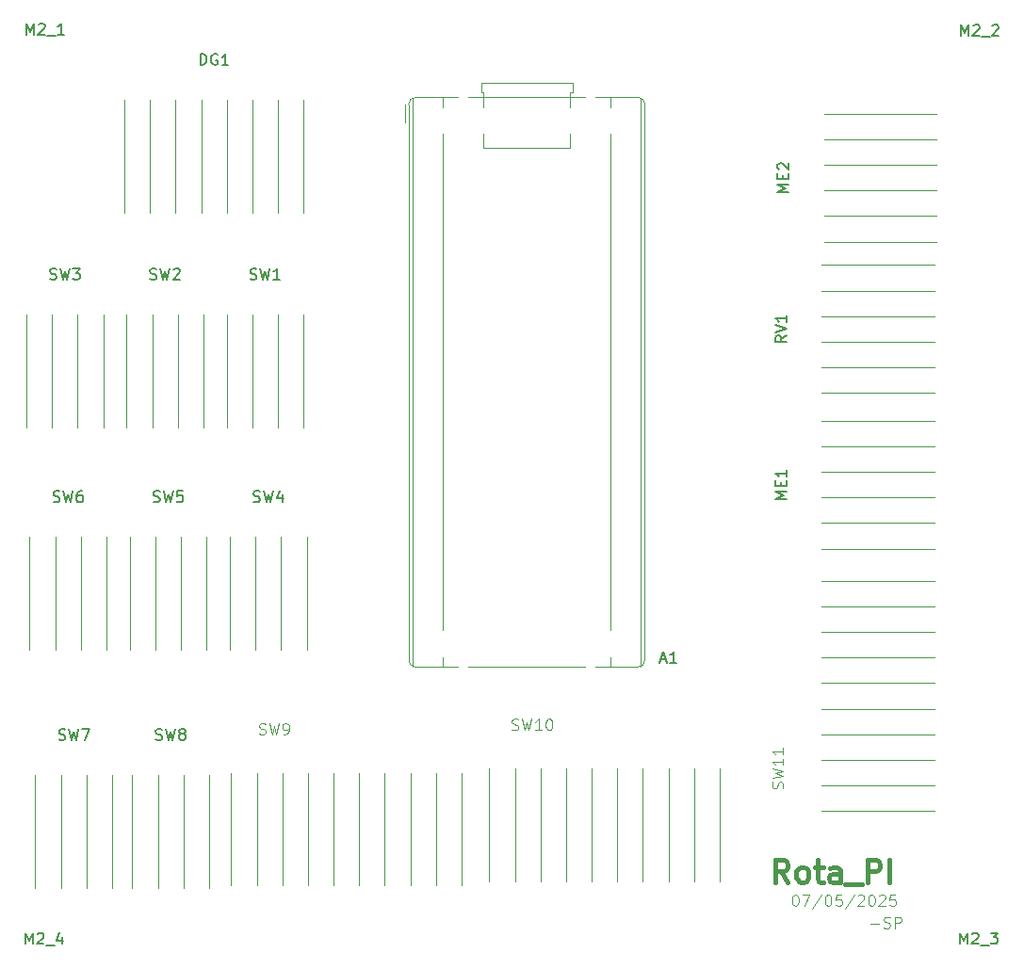
<source format=gbr>
%TF.GenerationSoftware,KiCad,Pcbnew,9.0.2*%
%TF.CreationDate,2025-07-17T15:39:28+07:00*%
%TF.ProjectId,KiCAD,4b694341-442e-46b6-9963-61645f706362,rev?*%
%TF.SameCoordinates,Original*%
%TF.FileFunction,Legend,Top*%
%TF.FilePolarity,Positive*%
%FSLAX46Y46*%
G04 Gerber Fmt 4.6, Leading zero omitted, Abs format (unit mm)*
G04 Created by KiCad (PCBNEW 9.0.2) date 2025-07-17 15:39:28*
%MOMM*%
%LPD*%
G01*
G04 APERTURE LIST*
%ADD10C,0.100000*%
%ADD11C,0.400000*%
%ADD12C,0.150000*%
%ADD13C,0.120000*%
G04 APERTURE END LIST*
D10*
X221303884Y-136491466D02*
X222065789Y-136491466D01*
X222494360Y-136824800D02*
X222637217Y-136872419D01*
X222637217Y-136872419D02*
X222875312Y-136872419D01*
X222875312Y-136872419D02*
X222970550Y-136824800D01*
X222970550Y-136824800D02*
X223018169Y-136777180D01*
X223018169Y-136777180D02*
X223065788Y-136681942D01*
X223065788Y-136681942D02*
X223065788Y-136586704D01*
X223065788Y-136586704D02*
X223018169Y-136491466D01*
X223018169Y-136491466D02*
X222970550Y-136443847D01*
X222970550Y-136443847D02*
X222875312Y-136396228D01*
X222875312Y-136396228D02*
X222684836Y-136348609D01*
X222684836Y-136348609D02*
X222589598Y-136300990D01*
X222589598Y-136300990D02*
X222541979Y-136253371D01*
X222541979Y-136253371D02*
X222494360Y-136158133D01*
X222494360Y-136158133D02*
X222494360Y-136062895D01*
X222494360Y-136062895D02*
X222541979Y-135967657D01*
X222541979Y-135967657D02*
X222589598Y-135920038D01*
X222589598Y-135920038D02*
X222684836Y-135872419D01*
X222684836Y-135872419D02*
X222922931Y-135872419D01*
X222922931Y-135872419D02*
X223065788Y-135920038D01*
X223494360Y-136872419D02*
X223494360Y-135872419D01*
X223494360Y-135872419D02*
X223875312Y-135872419D01*
X223875312Y-135872419D02*
X223970550Y-135920038D01*
X223970550Y-135920038D02*
X224018169Y-135967657D01*
X224018169Y-135967657D02*
X224065788Y-136062895D01*
X224065788Y-136062895D02*
X224065788Y-136205752D01*
X224065788Y-136205752D02*
X224018169Y-136300990D01*
X224018169Y-136300990D02*
X223970550Y-136348609D01*
X223970550Y-136348609D02*
X223875312Y-136396228D01*
X223875312Y-136396228D02*
X223494360Y-136396228D01*
X214494360Y-133872419D02*
X214589598Y-133872419D01*
X214589598Y-133872419D02*
X214684836Y-133920038D01*
X214684836Y-133920038D02*
X214732455Y-133967657D01*
X214732455Y-133967657D02*
X214780074Y-134062895D01*
X214780074Y-134062895D02*
X214827693Y-134253371D01*
X214827693Y-134253371D02*
X214827693Y-134491466D01*
X214827693Y-134491466D02*
X214780074Y-134681942D01*
X214780074Y-134681942D02*
X214732455Y-134777180D01*
X214732455Y-134777180D02*
X214684836Y-134824800D01*
X214684836Y-134824800D02*
X214589598Y-134872419D01*
X214589598Y-134872419D02*
X214494360Y-134872419D01*
X214494360Y-134872419D02*
X214399122Y-134824800D01*
X214399122Y-134824800D02*
X214351503Y-134777180D01*
X214351503Y-134777180D02*
X214303884Y-134681942D01*
X214303884Y-134681942D02*
X214256265Y-134491466D01*
X214256265Y-134491466D02*
X214256265Y-134253371D01*
X214256265Y-134253371D02*
X214303884Y-134062895D01*
X214303884Y-134062895D02*
X214351503Y-133967657D01*
X214351503Y-133967657D02*
X214399122Y-133920038D01*
X214399122Y-133920038D02*
X214494360Y-133872419D01*
X215161027Y-133872419D02*
X215827693Y-133872419D01*
X215827693Y-133872419D02*
X215399122Y-134872419D01*
X216922931Y-133824800D02*
X216065789Y-135110514D01*
X217446741Y-133872419D02*
X217541979Y-133872419D01*
X217541979Y-133872419D02*
X217637217Y-133920038D01*
X217637217Y-133920038D02*
X217684836Y-133967657D01*
X217684836Y-133967657D02*
X217732455Y-134062895D01*
X217732455Y-134062895D02*
X217780074Y-134253371D01*
X217780074Y-134253371D02*
X217780074Y-134491466D01*
X217780074Y-134491466D02*
X217732455Y-134681942D01*
X217732455Y-134681942D02*
X217684836Y-134777180D01*
X217684836Y-134777180D02*
X217637217Y-134824800D01*
X217637217Y-134824800D02*
X217541979Y-134872419D01*
X217541979Y-134872419D02*
X217446741Y-134872419D01*
X217446741Y-134872419D02*
X217351503Y-134824800D01*
X217351503Y-134824800D02*
X217303884Y-134777180D01*
X217303884Y-134777180D02*
X217256265Y-134681942D01*
X217256265Y-134681942D02*
X217208646Y-134491466D01*
X217208646Y-134491466D02*
X217208646Y-134253371D01*
X217208646Y-134253371D02*
X217256265Y-134062895D01*
X217256265Y-134062895D02*
X217303884Y-133967657D01*
X217303884Y-133967657D02*
X217351503Y-133920038D01*
X217351503Y-133920038D02*
X217446741Y-133872419D01*
X218684836Y-133872419D02*
X218208646Y-133872419D01*
X218208646Y-133872419D02*
X218161027Y-134348609D01*
X218161027Y-134348609D02*
X218208646Y-134300990D01*
X218208646Y-134300990D02*
X218303884Y-134253371D01*
X218303884Y-134253371D02*
X218541979Y-134253371D01*
X218541979Y-134253371D02*
X218637217Y-134300990D01*
X218637217Y-134300990D02*
X218684836Y-134348609D01*
X218684836Y-134348609D02*
X218732455Y-134443847D01*
X218732455Y-134443847D02*
X218732455Y-134681942D01*
X218732455Y-134681942D02*
X218684836Y-134777180D01*
X218684836Y-134777180D02*
X218637217Y-134824800D01*
X218637217Y-134824800D02*
X218541979Y-134872419D01*
X218541979Y-134872419D02*
X218303884Y-134872419D01*
X218303884Y-134872419D02*
X218208646Y-134824800D01*
X218208646Y-134824800D02*
X218161027Y-134777180D01*
X219875312Y-133824800D02*
X219018170Y-135110514D01*
X220161027Y-133967657D02*
X220208646Y-133920038D01*
X220208646Y-133920038D02*
X220303884Y-133872419D01*
X220303884Y-133872419D02*
X220541979Y-133872419D01*
X220541979Y-133872419D02*
X220637217Y-133920038D01*
X220637217Y-133920038D02*
X220684836Y-133967657D01*
X220684836Y-133967657D02*
X220732455Y-134062895D01*
X220732455Y-134062895D02*
X220732455Y-134158133D01*
X220732455Y-134158133D02*
X220684836Y-134300990D01*
X220684836Y-134300990D02*
X220113408Y-134872419D01*
X220113408Y-134872419D02*
X220732455Y-134872419D01*
X221351503Y-133872419D02*
X221446741Y-133872419D01*
X221446741Y-133872419D02*
X221541979Y-133920038D01*
X221541979Y-133920038D02*
X221589598Y-133967657D01*
X221589598Y-133967657D02*
X221637217Y-134062895D01*
X221637217Y-134062895D02*
X221684836Y-134253371D01*
X221684836Y-134253371D02*
X221684836Y-134491466D01*
X221684836Y-134491466D02*
X221637217Y-134681942D01*
X221637217Y-134681942D02*
X221589598Y-134777180D01*
X221589598Y-134777180D02*
X221541979Y-134824800D01*
X221541979Y-134824800D02*
X221446741Y-134872419D01*
X221446741Y-134872419D02*
X221351503Y-134872419D01*
X221351503Y-134872419D02*
X221256265Y-134824800D01*
X221256265Y-134824800D02*
X221208646Y-134777180D01*
X221208646Y-134777180D02*
X221161027Y-134681942D01*
X221161027Y-134681942D02*
X221113408Y-134491466D01*
X221113408Y-134491466D02*
X221113408Y-134253371D01*
X221113408Y-134253371D02*
X221161027Y-134062895D01*
X221161027Y-134062895D02*
X221208646Y-133967657D01*
X221208646Y-133967657D02*
X221256265Y-133920038D01*
X221256265Y-133920038D02*
X221351503Y-133872419D01*
X222065789Y-133967657D02*
X222113408Y-133920038D01*
X222113408Y-133920038D02*
X222208646Y-133872419D01*
X222208646Y-133872419D02*
X222446741Y-133872419D01*
X222446741Y-133872419D02*
X222541979Y-133920038D01*
X222541979Y-133920038D02*
X222589598Y-133967657D01*
X222589598Y-133967657D02*
X222637217Y-134062895D01*
X222637217Y-134062895D02*
X222637217Y-134158133D01*
X222637217Y-134158133D02*
X222589598Y-134300990D01*
X222589598Y-134300990D02*
X222018170Y-134872419D01*
X222018170Y-134872419D02*
X222637217Y-134872419D01*
X223541979Y-133872419D02*
X223065789Y-133872419D01*
X223065789Y-133872419D02*
X223018170Y-134348609D01*
X223018170Y-134348609D02*
X223065789Y-134300990D01*
X223065789Y-134300990D02*
X223161027Y-134253371D01*
X223161027Y-134253371D02*
X223399122Y-134253371D01*
X223399122Y-134253371D02*
X223494360Y-134300990D01*
X223494360Y-134300990D02*
X223541979Y-134348609D01*
X223541979Y-134348609D02*
X223589598Y-134443847D01*
X223589598Y-134443847D02*
X223589598Y-134681942D01*
X223589598Y-134681942D02*
X223541979Y-134777180D01*
X223541979Y-134777180D02*
X223494360Y-134824800D01*
X223494360Y-134824800D02*
X223399122Y-134872419D01*
X223399122Y-134872419D02*
X223161027Y-134872419D01*
X223161027Y-134872419D02*
X223065789Y-134824800D01*
X223065789Y-134824800D02*
X223018170Y-134777180D01*
D11*
X213882204Y-132734438D02*
X213215537Y-131782057D01*
X212739347Y-132734438D02*
X212739347Y-130734438D01*
X212739347Y-130734438D02*
X213501252Y-130734438D01*
X213501252Y-130734438D02*
X213691728Y-130829676D01*
X213691728Y-130829676D02*
X213786966Y-130924914D01*
X213786966Y-130924914D02*
X213882204Y-131115390D01*
X213882204Y-131115390D02*
X213882204Y-131401104D01*
X213882204Y-131401104D02*
X213786966Y-131591580D01*
X213786966Y-131591580D02*
X213691728Y-131686819D01*
X213691728Y-131686819D02*
X213501252Y-131782057D01*
X213501252Y-131782057D02*
X212739347Y-131782057D01*
X215025061Y-132734438D02*
X214834585Y-132639200D01*
X214834585Y-132639200D02*
X214739347Y-132543961D01*
X214739347Y-132543961D02*
X214644109Y-132353485D01*
X214644109Y-132353485D02*
X214644109Y-131782057D01*
X214644109Y-131782057D02*
X214739347Y-131591580D01*
X214739347Y-131591580D02*
X214834585Y-131496342D01*
X214834585Y-131496342D02*
X215025061Y-131401104D01*
X215025061Y-131401104D02*
X215310776Y-131401104D01*
X215310776Y-131401104D02*
X215501252Y-131496342D01*
X215501252Y-131496342D02*
X215596490Y-131591580D01*
X215596490Y-131591580D02*
X215691728Y-131782057D01*
X215691728Y-131782057D02*
X215691728Y-132353485D01*
X215691728Y-132353485D02*
X215596490Y-132543961D01*
X215596490Y-132543961D02*
X215501252Y-132639200D01*
X215501252Y-132639200D02*
X215310776Y-132734438D01*
X215310776Y-132734438D02*
X215025061Y-132734438D01*
X216263157Y-131401104D02*
X217025061Y-131401104D01*
X216548871Y-130734438D02*
X216548871Y-132448723D01*
X216548871Y-132448723D02*
X216644109Y-132639200D01*
X216644109Y-132639200D02*
X216834585Y-132734438D01*
X216834585Y-132734438D02*
X217025061Y-132734438D01*
X218548871Y-132734438D02*
X218548871Y-131686819D01*
X218548871Y-131686819D02*
X218453633Y-131496342D01*
X218453633Y-131496342D02*
X218263157Y-131401104D01*
X218263157Y-131401104D02*
X217882204Y-131401104D01*
X217882204Y-131401104D02*
X217691728Y-131496342D01*
X218548871Y-132639200D02*
X218358395Y-132734438D01*
X218358395Y-132734438D02*
X217882204Y-132734438D01*
X217882204Y-132734438D02*
X217691728Y-132639200D01*
X217691728Y-132639200D02*
X217596490Y-132448723D01*
X217596490Y-132448723D02*
X217596490Y-132258247D01*
X217596490Y-132258247D02*
X217691728Y-132067771D01*
X217691728Y-132067771D02*
X217882204Y-131972533D01*
X217882204Y-131972533D02*
X218358395Y-131972533D01*
X218358395Y-131972533D02*
X218548871Y-131877295D01*
X219025062Y-132924914D02*
X220548871Y-132924914D01*
X221025062Y-132734438D02*
X221025062Y-130734438D01*
X221025062Y-130734438D02*
X221786967Y-130734438D01*
X221786967Y-130734438D02*
X221977443Y-130829676D01*
X221977443Y-130829676D02*
X222072681Y-130924914D01*
X222072681Y-130924914D02*
X222167919Y-131115390D01*
X222167919Y-131115390D02*
X222167919Y-131401104D01*
X222167919Y-131401104D02*
X222072681Y-131591580D01*
X222072681Y-131591580D02*
X221977443Y-131686819D01*
X221977443Y-131686819D02*
X221786967Y-131782057D01*
X221786967Y-131782057D02*
X221025062Y-131782057D01*
X223025062Y-132734438D02*
X223025062Y-130734438D01*
D12*
X145433333Y-56554819D02*
X145433333Y-55554819D01*
X145433333Y-55554819D02*
X145766666Y-56269104D01*
X145766666Y-56269104D02*
X146099999Y-55554819D01*
X146099999Y-55554819D02*
X146099999Y-56554819D01*
X146528571Y-55650057D02*
X146576190Y-55602438D01*
X146576190Y-55602438D02*
X146671428Y-55554819D01*
X146671428Y-55554819D02*
X146909523Y-55554819D01*
X146909523Y-55554819D02*
X147004761Y-55602438D01*
X147004761Y-55602438D02*
X147052380Y-55650057D01*
X147052380Y-55650057D02*
X147099999Y-55745295D01*
X147099999Y-55745295D02*
X147099999Y-55840533D01*
X147099999Y-55840533D02*
X147052380Y-55983390D01*
X147052380Y-55983390D02*
X146480952Y-56554819D01*
X146480952Y-56554819D02*
X147099999Y-56554819D01*
X147290476Y-56650057D02*
X148052380Y-56650057D01*
X148814285Y-56554819D02*
X148242857Y-56554819D01*
X148528571Y-56554819D02*
X148528571Y-55554819D01*
X148528571Y-55554819D02*
X148433333Y-55697676D01*
X148433333Y-55697676D02*
X148338095Y-55792914D01*
X148338095Y-55792914D02*
X148242857Y-55840533D01*
X202446660Y-112724104D02*
X202922850Y-112724104D01*
X202351422Y-113009819D02*
X202684755Y-112009819D01*
X202684755Y-112009819D02*
X203018088Y-113009819D01*
X203875231Y-113009819D02*
X203303803Y-113009819D01*
X203589517Y-113009819D02*
X203589517Y-112009819D01*
X203589517Y-112009819D02*
X203494279Y-112152676D01*
X203494279Y-112152676D02*
X203399041Y-112247914D01*
X203399041Y-112247914D02*
X203303803Y-112295533D01*
X145333333Y-138304819D02*
X145333333Y-137304819D01*
X145333333Y-137304819D02*
X145666666Y-138019104D01*
X145666666Y-138019104D02*
X145999999Y-137304819D01*
X145999999Y-137304819D02*
X145999999Y-138304819D01*
X146428571Y-137400057D02*
X146476190Y-137352438D01*
X146476190Y-137352438D02*
X146571428Y-137304819D01*
X146571428Y-137304819D02*
X146809523Y-137304819D01*
X146809523Y-137304819D02*
X146904761Y-137352438D01*
X146904761Y-137352438D02*
X146952380Y-137400057D01*
X146952380Y-137400057D02*
X146999999Y-137495295D01*
X146999999Y-137495295D02*
X146999999Y-137590533D01*
X146999999Y-137590533D02*
X146952380Y-137733390D01*
X146952380Y-137733390D02*
X146380952Y-138304819D01*
X146380952Y-138304819D02*
X146999999Y-138304819D01*
X147190476Y-138400057D02*
X147952380Y-138400057D01*
X148619047Y-137638152D02*
X148619047Y-138304819D01*
X148380952Y-137257200D02*
X148142857Y-137971485D01*
X148142857Y-137971485D02*
X148761904Y-137971485D01*
X157066667Y-119917200D02*
X157209524Y-119964819D01*
X157209524Y-119964819D02*
X157447619Y-119964819D01*
X157447619Y-119964819D02*
X157542857Y-119917200D01*
X157542857Y-119917200D02*
X157590476Y-119869580D01*
X157590476Y-119869580D02*
X157638095Y-119774342D01*
X157638095Y-119774342D02*
X157638095Y-119679104D01*
X157638095Y-119679104D02*
X157590476Y-119583866D01*
X157590476Y-119583866D02*
X157542857Y-119536247D01*
X157542857Y-119536247D02*
X157447619Y-119488628D01*
X157447619Y-119488628D02*
X157257143Y-119441009D01*
X157257143Y-119441009D02*
X157161905Y-119393390D01*
X157161905Y-119393390D02*
X157114286Y-119345771D01*
X157114286Y-119345771D02*
X157066667Y-119250533D01*
X157066667Y-119250533D02*
X157066667Y-119155295D01*
X157066667Y-119155295D02*
X157114286Y-119060057D01*
X157114286Y-119060057D02*
X157161905Y-119012438D01*
X157161905Y-119012438D02*
X157257143Y-118964819D01*
X157257143Y-118964819D02*
X157495238Y-118964819D01*
X157495238Y-118964819D02*
X157638095Y-119012438D01*
X157971429Y-118964819D02*
X158209524Y-119964819D01*
X158209524Y-119964819D02*
X158400000Y-119250533D01*
X158400000Y-119250533D02*
X158590476Y-119964819D01*
X158590476Y-119964819D02*
X158828572Y-118964819D01*
X159352381Y-119393390D02*
X159257143Y-119345771D01*
X159257143Y-119345771D02*
X159209524Y-119298152D01*
X159209524Y-119298152D02*
X159161905Y-119202914D01*
X159161905Y-119202914D02*
X159161905Y-119155295D01*
X159161905Y-119155295D02*
X159209524Y-119060057D01*
X159209524Y-119060057D02*
X159257143Y-119012438D01*
X159257143Y-119012438D02*
X159352381Y-118964819D01*
X159352381Y-118964819D02*
X159542857Y-118964819D01*
X159542857Y-118964819D02*
X159638095Y-119012438D01*
X159638095Y-119012438D02*
X159685714Y-119060057D01*
X159685714Y-119060057D02*
X159733333Y-119155295D01*
X159733333Y-119155295D02*
X159733333Y-119202914D01*
X159733333Y-119202914D02*
X159685714Y-119298152D01*
X159685714Y-119298152D02*
X159638095Y-119345771D01*
X159638095Y-119345771D02*
X159542857Y-119393390D01*
X159542857Y-119393390D02*
X159352381Y-119393390D01*
X159352381Y-119393390D02*
X159257143Y-119441009D01*
X159257143Y-119441009D02*
X159209524Y-119488628D01*
X159209524Y-119488628D02*
X159161905Y-119583866D01*
X159161905Y-119583866D02*
X159161905Y-119774342D01*
X159161905Y-119774342D02*
X159209524Y-119869580D01*
X159209524Y-119869580D02*
X159257143Y-119917200D01*
X159257143Y-119917200D02*
X159352381Y-119964819D01*
X159352381Y-119964819D02*
X159542857Y-119964819D01*
X159542857Y-119964819D02*
X159638095Y-119917200D01*
X159638095Y-119917200D02*
X159685714Y-119869580D01*
X159685714Y-119869580D02*
X159733333Y-119774342D01*
X159733333Y-119774342D02*
X159733333Y-119583866D01*
X159733333Y-119583866D02*
X159685714Y-119488628D01*
X159685714Y-119488628D02*
X159638095Y-119441009D01*
X159638095Y-119441009D02*
X159542857Y-119393390D01*
X229333333Y-138304819D02*
X229333333Y-137304819D01*
X229333333Y-137304819D02*
X229666666Y-138019104D01*
X229666666Y-138019104D02*
X229999999Y-137304819D01*
X229999999Y-137304819D02*
X229999999Y-138304819D01*
X230428571Y-137400057D02*
X230476190Y-137352438D01*
X230476190Y-137352438D02*
X230571428Y-137304819D01*
X230571428Y-137304819D02*
X230809523Y-137304819D01*
X230809523Y-137304819D02*
X230904761Y-137352438D01*
X230904761Y-137352438D02*
X230952380Y-137400057D01*
X230952380Y-137400057D02*
X230999999Y-137495295D01*
X230999999Y-137495295D02*
X230999999Y-137590533D01*
X230999999Y-137590533D02*
X230952380Y-137733390D01*
X230952380Y-137733390D02*
X230380952Y-138304819D01*
X230380952Y-138304819D02*
X230999999Y-138304819D01*
X231190476Y-138400057D02*
X231952380Y-138400057D01*
X232095238Y-137304819D02*
X232714285Y-137304819D01*
X232714285Y-137304819D02*
X232380952Y-137685771D01*
X232380952Y-137685771D02*
X232523809Y-137685771D01*
X232523809Y-137685771D02*
X232619047Y-137733390D01*
X232619047Y-137733390D02*
X232666666Y-137781009D01*
X232666666Y-137781009D02*
X232714285Y-137876247D01*
X232714285Y-137876247D02*
X232714285Y-138114342D01*
X232714285Y-138114342D02*
X232666666Y-138209580D01*
X232666666Y-138209580D02*
X232619047Y-138257200D01*
X232619047Y-138257200D02*
X232523809Y-138304819D01*
X232523809Y-138304819D02*
X232238095Y-138304819D01*
X232238095Y-138304819D02*
X232142857Y-138257200D01*
X232142857Y-138257200D02*
X232095238Y-138209580D01*
X165856667Y-98517200D02*
X165999524Y-98564819D01*
X165999524Y-98564819D02*
X166237619Y-98564819D01*
X166237619Y-98564819D02*
X166332857Y-98517200D01*
X166332857Y-98517200D02*
X166380476Y-98469580D01*
X166380476Y-98469580D02*
X166428095Y-98374342D01*
X166428095Y-98374342D02*
X166428095Y-98279104D01*
X166428095Y-98279104D02*
X166380476Y-98183866D01*
X166380476Y-98183866D02*
X166332857Y-98136247D01*
X166332857Y-98136247D02*
X166237619Y-98088628D01*
X166237619Y-98088628D02*
X166047143Y-98041009D01*
X166047143Y-98041009D02*
X165951905Y-97993390D01*
X165951905Y-97993390D02*
X165904286Y-97945771D01*
X165904286Y-97945771D02*
X165856667Y-97850533D01*
X165856667Y-97850533D02*
X165856667Y-97755295D01*
X165856667Y-97755295D02*
X165904286Y-97660057D01*
X165904286Y-97660057D02*
X165951905Y-97612438D01*
X165951905Y-97612438D02*
X166047143Y-97564819D01*
X166047143Y-97564819D02*
X166285238Y-97564819D01*
X166285238Y-97564819D02*
X166428095Y-97612438D01*
X166761429Y-97564819D02*
X166999524Y-98564819D01*
X166999524Y-98564819D02*
X167190000Y-97850533D01*
X167190000Y-97850533D02*
X167380476Y-98564819D01*
X167380476Y-98564819D02*
X167618572Y-97564819D01*
X168428095Y-97898152D02*
X168428095Y-98564819D01*
X168190000Y-97517200D02*
X167951905Y-98231485D01*
X167951905Y-98231485D02*
X168570952Y-98231485D01*
X213954819Y-70661904D02*
X212954819Y-70661904D01*
X212954819Y-70661904D02*
X213669104Y-70328571D01*
X213669104Y-70328571D02*
X212954819Y-69995238D01*
X212954819Y-69995238D02*
X213954819Y-69995238D01*
X213431009Y-69519047D02*
X213431009Y-69185714D01*
X213954819Y-69042857D02*
X213954819Y-69519047D01*
X213954819Y-69519047D02*
X212954819Y-69519047D01*
X212954819Y-69519047D02*
X212954819Y-69042857D01*
X213050057Y-68661904D02*
X213002438Y-68614285D01*
X213002438Y-68614285D02*
X212954819Y-68519047D01*
X212954819Y-68519047D02*
X212954819Y-68280952D01*
X212954819Y-68280952D02*
X213002438Y-68185714D01*
X213002438Y-68185714D02*
X213050057Y-68138095D01*
X213050057Y-68138095D02*
X213145295Y-68090476D01*
X213145295Y-68090476D02*
X213240533Y-68090476D01*
X213240533Y-68090476D02*
X213383390Y-68138095D01*
X213383390Y-68138095D02*
X213954819Y-68709523D01*
X213954819Y-68709523D02*
X213954819Y-68090476D01*
D10*
X189080476Y-119009800D02*
X189223333Y-119057419D01*
X189223333Y-119057419D02*
X189461428Y-119057419D01*
X189461428Y-119057419D02*
X189556666Y-119009800D01*
X189556666Y-119009800D02*
X189604285Y-118962180D01*
X189604285Y-118962180D02*
X189651904Y-118866942D01*
X189651904Y-118866942D02*
X189651904Y-118771704D01*
X189651904Y-118771704D02*
X189604285Y-118676466D01*
X189604285Y-118676466D02*
X189556666Y-118628847D01*
X189556666Y-118628847D02*
X189461428Y-118581228D01*
X189461428Y-118581228D02*
X189270952Y-118533609D01*
X189270952Y-118533609D02*
X189175714Y-118485990D01*
X189175714Y-118485990D02*
X189128095Y-118438371D01*
X189128095Y-118438371D02*
X189080476Y-118343133D01*
X189080476Y-118343133D02*
X189080476Y-118247895D01*
X189080476Y-118247895D02*
X189128095Y-118152657D01*
X189128095Y-118152657D02*
X189175714Y-118105038D01*
X189175714Y-118105038D02*
X189270952Y-118057419D01*
X189270952Y-118057419D02*
X189509047Y-118057419D01*
X189509047Y-118057419D02*
X189651904Y-118105038D01*
X189985238Y-118057419D02*
X190223333Y-119057419D01*
X190223333Y-119057419D02*
X190413809Y-118343133D01*
X190413809Y-118343133D02*
X190604285Y-119057419D01*
X190604285Y-119057419D02*
X190842381Y-118057419D01*
X191747142Y-119057419D02*
X191175714Y-119057419D01*
X191461428Y-119057419D02*
X191461428Y-118057419D01*
X191461428Y-118057419D02*
X191366190Y-118200276D01*
X191366190Y-118200276D02*
X191270952Y-118295514D01*
X191270952Y-118295514D02*
X191175714Y-118343133D01*
X192366190Y-118057419D02*
X192461428Y-118057419D01*
X192461428Y-118057419D02*
X192556666Y-118105038D01*
X192556666Y-118105038D02*
X192604285Y-118152657D01*
X192604285Y-118152657D02*
X192651904Y-118247895D01*
X192651904Y-118247895D02*
X192699523Y-118438371D01*
X192699523Y-118438371D02*
X192699523Y-118676466D01*
X192699523Y-118676466D02*
X192651904Y-118866942D01*
X192651904Y-118866942D02*
X192604285Y-118962180D01*
X192604285Y-118962180D02*
X192556666Y-119009800D01*
X192556666Y-119009800D02*
X192461428Y-119057419D01*
X192461428Y-119057419D02*
X192366190Y-119057419D01*
X192366190Y-119057419D02*
X192270952Y-119009800D01*
X192270952Y-119009800D02*
X192223333Y-118962180D01*
X192223333Y-118962180D02*
X192175714Y-118866942D01*
X192175714Y-118866942D02*
X192128095Y-118676466D01*
X192128095Y-118676466D02*
X192128095Y-118438371D01*
X192128095Y-118438371D02*
X192175714Y-118247895D01*
X192175714Y-118247895D02*
X192223333Y-118152657D01*
X192223333Y-118152657D02*
X192270952Y-118105038D01*
X192270952Y-118105038D02*
X192366190Y-118057419D01*
D12*
X161061905Y-59274819D02*
X161061905Y-58274819D01*
X161061905Y-58274819D02*
X161300000Y-58274819D01*
X161300000Y-58274819D02*
X161442857Y-58322438D01*
X161442857Y-58322438D02*
X161538095Y-58417676D01*
X161538095Y-58417676D02*
X161585714Y-58512914D01*
X161585714Y-58512914D02*
X161633333Y-58703390D01*
X161633333Y-58703390D02*
X161633333Y-58846247D01*
X161633333Y-58846247D02*
X161585714Y-59036723D01*
X161585714Y-59036723D02*
X161538095Y-59131961D01*
X161538095Y-59131961D02*
X161442857Y-59227200D01*
X161442857Y-59227200D02*
X161300000Y-59274819D01*
X161300000Y-59274819D02*
X161061905Y-59274819D01*
X162585714Y-58322438D02*
X162490476Y-58274819D01*
X162490476Y-58274819D02*
X162347619Y-58274819D01*
X162347619Y-58274819D02*
X162204762Y-58322438D01*
X162204762Y-58322438D02*
X162109524Y-58417676D01*
X162109524Y-58417676D02*
X162061905Y-58512914D01*
X162061905Y-58512914D02*
X162014286Y-58703390D01*
X162014286Y-58703390D02*
X162014286Y-58846247D01*
X162014286Y-58846247D02*
X162061905Y-59036723D01*
X162061905Y-59036723D02*
X162109524Y-59131961D01*
X162109524Y-59131961D02*
X162204762Y-59227200D01*
X162204762Y-59227200D02*
X162347619Y-59274819D01*
X162347619Y-59274819D02*
X162442857Y-59274819D01*
X162442857Y-59274819D02*
X162585714Y-59227200D01*
X162585714Y-59227200D02*
X162633333Y-59179580D01*
X162633333Y-59179580D02*
X162633333Y-58846247D01*
X162633333Y-58846247D02*
X162442857Y-58846247D01*
X163585714Y-59274819D02*
X163014286Y-59274819D01*
X163300000Y-59274819D02*
X163300000Y-58274819D01*
X163300000Y-58274819D02*
X163204762Y-58417676D01*
X163204762Y-58417676D02*
X163109524Y-58512914D01*
X163109524Y-58512914D02*
X163014286Y-58560533D01*
X213764819Y-98261904D02*
X212764819Y-98261904D01*
X212764819Y-98261904D02*
X213479104Y-97928571D01*
X213479104Y-97928571D02*
X212764819Y-97595238D01*
X212764819Y-97595238D02*
X213764819Y-97595238D01*
X213241009Y-97119047D02*
X213241009Y-96785714D01*
X213764819Y-96642857D02*
X213764819Y-97119047D01*
X213764819Y-97119047D02*
X212764819Y-97119047D01*
X212764819Y-97119047D02*
X212764819Y-96642857D01*
X213764819Y-95690476D02*
X213764819Y-96261904D01*
X213764819Y-95976190D02*
X212764819Y-95976190D01*
X212764819Y-95976190D02*
X212907676Y-96071428D01*
X212907676Y-96071428D02*
X213002914Y-96166666D01*
X213002914Y-96166666D02*
X213050533Y-96261904D01*
X156556667Y-78517200D02*
X156699524Y-78564819D01*
X156699524Y-78564819D02*
X156937619Y-78564819D01*
X156937619Y-78564819D02*
X157032857Y-78517200D01*
X157032857Y-78517200D02*
X157080476Y-78469580D01*
X157080476Y-78469580D02*
X157128095Y-78374342D01*
X157128095Y-78374342D02*
X157128095Y-78279104D01*
X157128095Y-78279104D02*
X157080476Y-78183866D01*
X157080476Y-78183866D02*
X157032857Y-78136247D01*
X157032857Y-78136247D02*
X156937619Y-78088628D01*
X156937619Y-78088628D02*
X156747143Y-78041009D01*
X156747143Y-78041009D02*
X156651905Y-77993390D01*
X156651905Y-77993390D02*
X156604286Y-77945771D01*
X156604286Y-77945771D02*
X156556667Y-77850533D01*
X156556667Y-77850533D02*
X156556667Y-77755295D01*
X156556667Y-77755295D02*
X156604286Y-77660057D01*
X156604286Y-77660057D02*
X156651905Y-77612438D01*
X156651905Y-77612438D02*
X156747143Y-77564819D01*
X156747143Y-77564819D02*
X156985238Y-77564819D01*
X156985238Y-77564819D02*
X157128095Y-77612438D01*
X157461429Y-77564819D02*
X157699524Y-78564819D01*
X157699524Y-78564819D02*
X157890000Y-77850533D01*
X157890000Y-77850533D02*
X158080476Y-78564819D01*
X158080476Y-78564819D02*
X158318572Y-77564819D01*
X158651905Y-77660057D02*
X158699524Y-77612438D01*
X158699524Y-77612438D02*
X158794762Y-77564819D01*
X158794762Y-77564819D02*
X159032857Y-77564819D01*
X159032857Y-77564819D02*
X159128095Y-77612438D01*
X159128095Y-77612438D02*
X159175714Y-77660057D01*
X159175714Y-77660057D02*
X159223333Y-77755295D01*
X159223333Y-77755295D02*
X159223333Y-77850533D01*
X159223333Y-77850533D02*
X159175714Y-77993390D01*
X159175714Y-77993390D02*
X158604286Y-78564819D01*
X158604286Y-78564819D02*
X159223333Y-78564819D01*
X229433333Y-56654819D02*
X229433333Y-55654819D01*
X229433333Y-55654819D02*
X229766666Y-56369104D01*
X229766666Y-56369104D02*
X230099999Y-55654819D01*
X230099999Y-55654819D02*
X230099999Y-56654819D01*
X230528571Y-55750057D02*
X230576190Y-55702438D01*
X230576190Y-55702438D02*
X230671428Y-55654819D01*
X230671428Y-55654819D02*
X230909523Y-55654819D01*
X230909523Y-55654819D02*
X231004761Y-55702438D01*
X231004761Y-55702438D02*
X231052380Y-55750057D01*
X231052380Y-55750057D02*
X231099999Y-55845295D01*
X231099999Y-55845295D02*
X231099999Y-55940533D01*
X231099999Y-55940533D02*
X231052380Y-56083390D01*
X231052380Y-56083390D02*
X230480952Y-56654819D01*
X230480952Y-56654819D02*
X231099999Y-56654819D01*
X231290476Y-56750057D02*
X232052380Y-56750057D01*
X232242857Y-55750057D02*
X232290476Y-55702438D01*
X232290476Y-55702438D02*
X232385714Y-55654819D01*
X232385714Y-55654819D02*
X232623809Y-55654819D01*
X232623809Y-55654819D02*
X232719047Y-55702438D01*
X232719047Y-55702438D02*
X232766666Y-55750057D01*
X232766666Y-55750057D02*
X232814285Y-55845295D01*
X232814285Y-55845295D02*
X232814285Y-55940533D01*
X232814285Y-55940533D02*
X232766666Y-56083390D01*
X232766666Y-56083390D02*
X232195238Y-56654819D01*
X232195238Y-56654819D02*
X232814285Y-56654819D01*
X165556667Y-78517200D02*
X165699524Y-78564819D01*
X165699524Y-78564819D02*
X165937619Y-78564819D01*
X165937619Y-78564819D02*
X166032857Y-78517200D01*
X166032857Y-78517200D02*
X166080476Y-78469580D01*
X166080476Y-78469580D02*
X166128095Y-78374342D01*
X166128095Y-78374342D02*
X166128095Y-78279104D01*
X166128095Y-78279104D02*
X166080476Y-78183866D01*
X166080476Y-78183866D02*
X166032857Y-78136247D01*
X166032857Y-78136247D02*
X165937619Y-78088628D01*
X165937619Y-78088628D02*
X165747143Y-78041009D01*
X165747143Y-78041009D02*
X165651905Y-77993390D01*
X165651905Y-77993390D02*
X165604286Y-77945771D01*
X165604286Y-77945771D02*
X165556667Y-77850533D01*
X165556667Y-77850533D02*
X165556667Y-77755295D01*
X165556667Y-77755295D02*
X165604286Y-77660057D01*
X165604286Y-77660057D02*
X165651905Y-77612438D01*
X165651905Y-77612438D02*
X165747143Y-77564819D01*
X165747143Y-77564819D02*
X165985238Y-77564819D01*
X165985238Y-77564819D02*
X166128095Y-77612438D01*
X166461429Y-77564819D02*
X166699524Y-78564819D01*
X166699524Y-78564819D02*
X166890000Y-77850533D01*
X166890000Y-77850533D02*
X167080476Y-78564819D01*
X167080476Y-78564819D02*
X167318572Y-77564819D01*
X168223333Y-78564819D02*
X167651905Y-78564819D01*
X167937619Y-78564819D02*
X167937619Y-77564819D01*
X167937619Y-77564819D02*
X167842381Y-77707676D01*
X167842381Y-77707676D02*
X167747143Y-77802914D01*
X167747143Y-77802914D02*
X167651905Y-77850533D01*
D10*
X213409800Y-124309523D02*
X213457419Y-124166666D01*
X213457419Y-124166666D02*
X213457419Y-123928571D01*
X213457419Y-123928571D02*
X213409800Y-123833333D01*
X213409800Y-123833333D02*
X213362180Y-123785714D01*
X213362180Y-123785714D02*
X213266942Y-123738095D01*
X213266942Y-123738095D02*
X213171704Y-123738095D01*
X213171704Y-123738095D02*
X213076466Y-123785714D01*
X213076466Y-123785714D02*
X213028847Y-123833333D01*
X213028847Y-123833333D02*
X212981228Y-123928571D01*
X212981228Y-123928571D02*
X212933609Y-124119047D01*
X212933609Y-124119047D02*
X212885990Y-124214285D01*
X212885990Y-124214285D02*
X212838371Y-124261904D01*
X212838371Y-124261904D02*
X212743133Y-124309523D01*
X212743133Y-124309523D02*
X212647895Y-124309523D01*
X212647895Y-124309523D02*
X212552657Y-124261904D01*
X212552657Y-124261904D02*
X212505038Y-124214285D01*
X212505038Y-124214285D02*
X212457419Y-124119047D01*
X212457419Y-124119047D02*
X212457419Y-123880952D01*
X212457419Y-123880952D02*
X212505038Y-123738095D01*
X212457419Y-123404761D02*
X213457419Y-123166666D01*
X213457419Y-123166666D02*
X212743133Y-122976190D01*
X212743133Y-122976190D02*
X213457419Y-122785714D01*
X213457419Y-122785714D02*
X212457419Y-122547619D01*
X213457419Y-121642857D02*
X213457419Y-122214285D01*
X213457419Y-121928571D02*
X212457419Y-121928571D01*
X212457419Y-121928571D02*
X212600276Y-122023809D01*
X212600276Y-122023809D02*
X212695514Y-122119047D01*
X212695514Y-122119047D02*
X212743133Y-122214285D01*
X213457419Y-120690476D02*
X213457419Y-121261904D01*
X213457419Y-120976190D02*
X212457419Y-120976190D01*
X212457419Y-120976190D02*
X212600276Y-121071428D01*
X212600276Y-121071428D02*
X212695514Y-121166666D01*
X212695514Y-121166666D02*
X212743133Y-121261904D01*
D12*
X148366667Y-119917200D02*
X148509524Y-119964819D01*
X148509524Y-119964819D02*
X148747619Y-119964819D01*
X148747619Y-119964819D02*
X148842857Y-119917200D01*
X148842857Y-119917200D02*
X148890476Y-119869580D01*
X148890476Y-119869580D02*
X148938095Y-119774342D01*
X148938095Y-119774342D02*
X148938095Y-119679104D01*
X148938095Y-119679104D02*
X148890476Y-119583866D01*
X148890476Y-119583866D02*
X148842857Y-119536247D01*
X148842857Y-119536247D02*
X148747619Y-119488628D01*
X148747619Y-119488628D02*
X148557143Y-119441009D01*
X148557143Y-119441009D02*
X148461905Y-119393390D01*
X148461905Y-119393390D02*
X148414286Y-119345771D01*
X148414286Y-119345771D02*
X148366667Y-119250533D01*
X148366667Y-119250533D02*
X148366667Y-119155295D01*
X148366667Y-119155295D02*
X148414286Y-119060057D01*
X148414286Y-119060057D02*
X148461905Y-119012438D01*
X148461905Y-119012438D02*
X148557143Y-118964819D01*
X148557143Y-118964819D02*
X148795238Y-118964819D01*
X148795238Y-118964819D02*
X148938095Y-119012438D01*
X149271429Y-118964819D02*
X149509524Y-119964819D01*
X149509524Y-119964819D02*
X149700000Y-119250533D01*
X149700000Y-119250533D02*
X149890476Y-119964819D01*
X149890476Y-119964819D02*
X150128572Y-118964819D01*
X150414286Y-118964819D02*
X151080952Y-118964819D01*
X151080952Y-118964819D02*
X150652381Y-119964819D01*
X147856667Y-98517200D02*
X147999524Y-98564819D01*
X147999524Y-98564819D02*
X148237619Y-98564819D01*
X148237619Y-98564819D02*
X148332857Y-98517200D01*
X148332857Y-98517200D02*
X148380476Y-98469580D01*
X148380476Y-98469580D02*
X148428095Y-98374342D01*
X148428095Y-98374342D02*
X148428095Y-98279104D01*
X148428095Y-98279104D02*
X148380476Y-98183866D01*
X148380476Y-98183866D02*
X148332857Y-98136247D01*
X148332857Y-98136247D02*
X148237619Y-98088628D01*
X148237619Y-98088628D02*
X148047143Y-98041009D01*
X148047143Y-98041009D02*
X147951905Y-97993390D01*
X147951905Y-97993390D02*
X147904286Y-97945771D01*
X147904286Y-97945771D02*
X147856667Y-97850533D01*
X147856667Y-97850533D02*
X147856667Y-97755295D01*
X147856667Y-97755295D02*
X147904286Y-97660057D01*
X147904286Y-97660057D02*
X147951905Y-97612438D01*
X147951905Y-97612438D02*
X148047143Y-97564819D01*
X148047143Y-97564819D02*
X148285238Y-97564819D01*
X148285238Y-97564819D02*
X148428095Y-97612438D01*
X148761429Y-97564819D02*
X148999524Y-98564819D01*
X148999524Y-98564819D02*
X149190000Y-97850533D01*
X149190000Y-97850533D02*
X149380476Y-98564819D01*
X149380476Y-98564819D02*
X149618572Y-97564819D01*
X150428095Y-97564819D02*
X150237619Y-97564819D01*
X150237619Y-97564819D02*
X150142381Y-97612438D01*
X150142381Y-97612438D02*
X150094762Y-97660057D01*
X150094762Y-97660057D02*
X149999524Y-97802914D01*
X149999524Y-97802914D02*
X149951905Y-97993390D01*
X149951905Y-97993390D02*
X149951905Y-98374342D01*
X149951905Y-98374342D02*
X149999524Y-98469580D01*
X149999524Y-98469580D02*
X150047143Y-98517200D01*
X150047143Y-98517200D02*
X150142381Y-98564819D01*
X150142381Y-98564819D02*
X150332857Y-98564819D01*
X150332857Y-98564819D02*
X150428095Y-98517200D01*
X150428095Y-98517200D02*
X150475714Y-98469580D01*
X150475714Y-98469580D02*
X150523333Y-98374342D01*
X150523333Y-98374342D02*
X150523333Y-98136247D01*
X150523333Y-98136247D02*
X150475714Y-98041009D01*
X150475714Y-98041009D02*
X150428095Y-97993390D01*
X150428095Y-97993390D02*
X150332857Y-97945771D01*
X150332857Y-97945771D02*
X150142381Y-97945771D01*
X150142381Y-97945771D02*
X150047143Y-97993390D01*
X150047143Y-97993390D02*
X149999524Y-98041009D01*
X149999524Y-98041009D02*
X149951905Y-98136247D01*
X213764819Y-83595238D02*
X213288628Y-83928571D01*
X213764819Y-84166666D02*
X212764819Y-84166666D01*
X212764819Y-84166666D02*
X212764819Y-83785714D01*
X212764819Y-83785714D02*
X212812438Y-83690476D01*
X212812438Y-83690476D02*
X212860057Y-83642857D01*
X212860057Y-83642857D02*
X212955295Y-83595238D01*
X212955295Y-83595238D02*
X213098152Y-83595238D01*
X213098152Y-83595238D02*
X213193390Y-83642857D01*
X213193390Y-83642857D02*
X213241009Y-83690476D01*
X213241009Y-83690476D02*
X213288628Y-83785714D01*
X213288628Y-83785714D02*
X213288628Y-84166666D01*
X212764819Y-83309523D02*
X213764819Y-82976190D01*
X213764819Y-82976190D02*
X212764819Y-82642857D01*
X213764819Y-81785714D02*
X213764819Y-82357142D01*
X213764819Y-82071428D02*
X212764819Y-82071428D01*
X212764819Y-82071428D02*
X212907676Y-82166666D01*
X212907676Y-82166666D02*
X213002914Y-82261904D01*
X213002914Y-82261904D02*
X213050533Y-82357142D01*
X147556667Y-78517200D02*
X147699524Y-78564819D01*
X147699524Y-78564819D02*
X147937619Y-78564819D01*
X147937619Y-78564819D02*
X148032857Y-78517200D01*
X148032857Y-78517200D02*
X148080476Y-78469580D01*
X148080476Y-78469580D02*
X148128095Y-78374342D01*
X148128095Y-78374342D02*
X148128095Y-78279104D01*
X148128095Y-78279104D02*
X148080476Y-78183866D01*
X148080476Y-78183866D02*
X148032857Y-78136247D01*
X148032857Y-78136247D02*
X147937619Y-78088628D01*
X147937619Y-78088628D02*
X147747143Y-78041009D01*
X147747143Y-78041009D02*
X147651905Y-77993390D01*
X147651905Y-77993390D02*
X147604286Y-77945771D01*
X147604286Y-77945771D02*
X147556667Y-77850533D01*
X147556667Y-77850533D02*
X147556667Y-77755295D01*
X147556667Y-77755295D02*
X147604286Y-77660057D01*
X147604286Y-77660057D02*
X147651905Y-77612438D01*
X147651905Y-77612438D02*
X147747143Y-77564819D01*
X147747143Y-77564819D02*
X147985238Y-77564819D01*
X147985238Y-77564819D02*
X148128095Y-77612438D01*
X148461429Y-77564819D02*
X148699524Y-78564819D01*
X148699524Y-78564819D02*
X148890000Y-77850533D01*
X148890000Y-77850533D02*
X149080476Y-78564819D01*
X149080476Y-78564819D02*
X149318572Y-77564819D01*
X149604286Y-77564819D02*
X150223333Y-77564819D01*
X150223333Y-77564819D02*
X149890000Y-77945771D01*
X149890000Y-77945771D02*
X150032857Y-77945771D01*
X150032857Y-77945771D02*
X150128095Y-77993390D01*
X150128095Y-77993390D02*
X150175714Y-78041009D01*
X150175714Y-78041009D02*
X150223333Y-78136247D01*
X150223333Y-78136247D02*
X150223333Y-78374342D01*
X150223333Y-78374342D02*
X150175714Y-78469580D01*
X150175714Y-78469580D02*
X150128095Y-78517200D01*
X150128095Y-78517200D02*
X150032857Y-78564819D01*
X150032857Y-78564819D02*
X149747143Y-78564819D01*
X149747143Y-78564819D02*
X149651905Y-78517200D01*
X149651905Y-78517200D02*
X149604286Y-78469580D01*
X156856667Y-98517200D02*
X156999524Y-98564819D01*
X156999524Y-98564819D02*
X157237619Y-98564819D01*
X157237619Y-98564819D02*
X157332857Y-98517200D01*
X157332857Y-98517200D02*
X157380476Y-98469580D01*
X157380476Y-98469580D02*
X157428095Y-98374342D01*
X157428095Y-98374342D02*
X157428095Y-98279104D01*
X157428095Y-98279104D02*
X157380476Y-98183866D01*
X157380476Y-98183866D02*
X157332857Y-98136247D01*
X157332857Y-98136247D02*
X157237619Y-98088628D01*
X157237619Y-98088628D02*
X157047143Y-98041009D01*
X157047143Y-98041009D02*
X156951905Y-97993390D01*
X156951905Y-97993390D02*
X156904286Y-97945771D01*
X156904286Y-97945771D02*
X156856667Y-97850533D01*
X156856667Y-97850533D02*
X156856667Y-97755295D01*
X156856667Y-97755295D02*
X156904286Y-97660057D01*
X156904286Y-97660057D02*
X156951905Y-97612438D01*
X156951905Y-97612438D02*
X157047143Y-97564819D01*
X157047143Y-97564819D02*
X157285238Y-97564819D01*
X157285238Y-97564819D02*
X157428095Y-97612438D01*
X157761429Y-97564819D02*
X157999524Y-98564819D01*
X157999524Y-98564819D02*
X158190000Y-97850533D01*
X158190000Y-97850533D02*
X158380476Y-98564819D01*
X158380476Y-98564819D02*
X158618572Y-97564819D01*
X159475714Y-97564819D02*
X158999524Y-97564819D01*
X158999524Y-97564819D02*
X158951905Y-98041009D01*
X158951905Y-98041009D02*
X158999524Y-97993390D01*
X158999524Y-97993390D02*
X159094762Y-97945771D01*
X159094762Y-97945771D02*
X159332857Y-97945771D01*
X159332857Y-97945771D02*
X159428095Y-97993390D01*
X159428095Y-97993390D02*
X159475714Y-98041009D01*
X159475714Y-98041009D02*
X159523333Y-98136247D01*
X159523333Y-98136247D02*
X159523333Y-98374342D01*
X159523333Y-98374342D02*
X159475714Y-98469580D01*
X159475714Y-98469580D02*
X159428095Y-98517200D01*
X159428095Y-98517200D02*
X159332857Y-98564819D01*
X159332857Y-98564819D02*
X159094762Y-98564819D01*
X159094762Y-98564819D02*
X158999524Y-98517200D01*
X158999524Y-98517200D02*
X158951905Y-98469580D01*
D10*
X166356667Y-119409800D02*
X166499524Y-119457419D01*
X166499524Y-119457419D02*
X166737619Y-119457419D01*
X166737619Y-119457419D02*
X166832857Y-119409800D01*
X166832857Y-119409800D02*
X166880476Y-119362180D01*
X166880476Y-119362180D02*
X166928095Y-119266942D01*
X166928095Y-119266942D02*
X166928095Y-119171704D01*
X166928095Y-119171704D02*
X166880476Y-119076466D01*
X166880476Y-119076466D02*
X166832857Y-119028847D01*
X166832857Y-119028847D02*
X166737619Y-118981228D01*
X166737619Y-118981228D02*
X166547143Y-118933609D01*
X166547143Y-118933609D02*
X166451905Y-118885990D01*
X166451905Y-118885990D02*
X166404286Y-118838371D01*
X166404286Y-118838371D02*
X166356667Y-118743133D01*
X166356667Y-118743133D02*
X166356667Y-118647895D01*
X166356667Y-118647895D02*
X166404286Y-118552657D01*
X166404286Y-118552657D02*
X166451905Y-118505038D01*
X166451905Y-118505038D02*
X166547143Y-118457419D01*
X166547143Y-118457419D02*
X166785238Y-118457419D01*
X166785238Y-118457419D02*
X166928095Y-118505038D01*
X167261429Y-118457419D02*
X167499524Y-119457419D01*
X167499524Y-119457419D02*
X167690000Y-118743133D01*
X167690000Y-118743133D02*
X167880476Y-119457419D01*
X167880476Y-119457419D02*
X168118572Y-118457419D01*
X168547143Y-119457419D02*
X168737619Y-119457419D01*
X168737619Y-119457419D02*
X168832857Y-119409800D01*
X168832857Y-119409800D02*
X168880476Y-119362180D01*
X168880476Y-119362180D02*
X168975714Y-119219323D01*
X168975714Y-119219323D02*
X169023333Y-119028847D01*
X169023333Y-119028847D02*
X169023333Y-118647895D01*
X169023333Y-118647895D02*
X168975714Y-118552657D01*
X168975714Y-118552657D02*
X168928095Y-118505038D01*
X168928095Y-118505038D02*
X168832857Y-118457419D01*
X168832857Y-118457419D02*
X168642381Y-118457419D01*
X168642381Y-118457419D02*
X168547143Y-118505038D01*
X168547143Y-118505038D02*
X168499524Y-118552657D01*
X168499524Y-118552657D02*
X168451905Y-118647895D01*
X168451905Y-118647895D02*
X168451905Y-118885990D01*
X168451905Y-118885990D02*
X168499524Y-118981228D01*
X168499524Y-118981228D02*
X168547143Y-119028847D01*
X168547143Y-119028847D02*
X168642381Y-119076466D01*
X168642381Y-119076466D02*
X168832857Y-119076466D01*
X168832857Y-119076466D02*
X168928095Y-119028847D01*
X168928095Y-119028847D02*
X168975714Y-118981228D01*
X168975714Y-118981228D02*
X169023333Y-118885990D01*
D13*
%TO.C,A1*%
X179480000Y-64460000D02*
X179480000Y-62860000D01*
X179800000Y-62790000D02*
X179800000Y-112790000D01*
X180140000Y-62243000D02*
X180140000Y-113337000D01*
X180410000Y-62180000D02*
X182900000Y-62180000D01*
X180410000Y-113400000D02*
X184247939Y-113400000D01*
X182900000Y-62180000D02*
X182900000Y-63093520D01*
X182900000Y-62180000D02*
X184247940Y-62180000D01*
X182900000Y-65486480D02*
X182900000Y-110093520D01*
X182900000Y-112486480D02*
X182900000Y-113400000D01*
X185172061Y-62180000D02*
X186175000Y-62180000D01*
X186175000Y-62180000D02*
X194645000Y-62180000D01*
X186300000Y-60880000D02*
X186300000Y-61700000D01*
X186300000Y-60880000D02*
X194520000Y-60880000D01*
X186300000Y-61700000D02*
X186510000Y-61700000D01*
X186510000Y-61700000D02*
X186510000Y-63096000D01*
X186510000Y-65484000D02*
X186510000Y-66700000D01*
X186810000Y-113400000D02*
X185172061Y-113400000D01*
X194010000Y-113400000D02*
X186810000Y-113400000D01*
X194310000Y-61700000D02*
X194310000Y-63096000D01*
X194310000Y-65484000D02*
X194310000Y-66700000D01*
X194310000Y-66700000D02*
X186510000Y-66700000D01*
X194520000Y-60880000D02*
X194520000Y-61700000D01*
X194520000Y-61700000D02*
X194310000Y-61700000D01*
X194645000Y-62180000D02*
X195647939Y-62180000D01*
X195647939Y-113400000D02*
X194010000Y-113400000D01*
X196572061Y-62180000D02*
X197920000Y-62180000D01*
X196572061Y-113400000D02*
X200410000Y-113400000D01*
X197920000Y-62180000D02*
X197920000Y-63093520D01*
X197920000Y-65486480D02*
X197920000Y-110093520D01*
X197920000Y-112486480D02*
X197920000Y-113400000D01*
X200410000Y-62180000D02*
X197920000Y-62180000D01*
X200680000Y-113337000D02*
X200680000Y-62243000D01*
X201020000Y-62790000D02*
X201020000Y-112790000D01*
X179800000Y-62790000D02*
G75*
G02*
X180410000Y-62180000I610000J0D01*
G01*
X180410000Y-113400000D02*
G75*
G02*
X179800000Y-112790000I-99J609901D01*
G01*
X200410000Y-62180000D02*
G75*
G02*
X201020000Y-62790000I0J-610000D01*
G01*
X201020000Y-112790000D02*
G75*
G02*
X200410000Y-113400000I-610000J0D01*
G01*
%TO.C,SW8*%
X154940000Y-123125000D02*
X154940000Y-133230000D01*
X157260000Y-123125000D02*
X157260000Y-133230000D01*
X159540000Y-123125000D02*
X159540000Y-133230000D01*
X161860000Y-123125000D02*
X161860000Y-133230000D01*
%TO.C,SW4*%
X163730000Y-101725000D02*
X163730000Y-111830000D01*
X166050000Y-101725000D02*
X166050000Y-111830000D01*
X168330000Y-101725000D02*
X168330000Y-111830000D01*
X170650000Y-101725000D02*
X170650000Y-111830000D01*
%TO.C,ME2*%
X217115000Y-63640000D02*
X227220000Y-63640000D01*
X217115000Y-65960000D02*
X227220000Y-65960000D01*
X217115000Y-68240000D02*
X227220000Y-68240000D01*
X217115000Y-70560000D02*
X227220000Y-70560000D01*
X217115000Y-72840000D02*
X227220000Y-72840000D01*
X217115000Y-75160000D02*
X227220000Y-75160000D01*
%TO.C,SW10*%
X187030000Y-122535000D02*
X187030000Y-132640000D01*
X189350000Y-122535000D02*
X189350000Y-132640000D01*
X191630000Y-122535000D02*
X191630000Y-132640000D01*
X193950000Y-122535000D02*
X193950000Y-132640000D01*
X196230000Y-122535000D02*
X196230000Y-132640000D01*
X198550000Y-122535000D02*
X198550000Y-132640000D01*
X200830000Y-122535000D02*
X200830000Y-132640000D01*
X203150000Y-122535000D02*
X203150000Y-132640000D01*
X205430000Y-122535000D02*
X205430000Y-132640000D01*
X207750000Y-122535000D02*
X207750000Y-132640000D01*
%TO.C,DG1*%
X154240000Y-62435000D02*
X154240000Y-72540000D01*
X156560000Y-62435000D02*
X156560000Y-72540000D01*
X158840000Y-62435000D02*
X158840000Y-72540000D01*
X161160000Y-62435000D02*
X161160000Y-72540000D01*
X163440000Y-62435000D02*
X163440000Y-72540000D01*
X165760000Y-62435000D02*
X165760000Y-72540000D01*
X168040000Y-62435000D02*
X168040000Y-72540000D01*
X170360000Y-62435000D02*
X170360000Y-72540000D01*
%TO.C,ME1*%
X216925000Y-91240000D02*
X227030000Y-91240000D01*
X216925000Y-93560000D02*
X227030000Y-93560000D01*
X216925000Y-95840000D02*
X227030000Y-95840000D01*
X216925000Y-98160000D02*
X227030000Y-98160000D01*
X216925000Y-100440000D02*
X227030000Y-100440000D01*
X216925000Y-102760000D02*
X227030000Y-102760000D01*
%TO.C,SW2*%
X154430000Y-81725000D02*
X154430000Y-91830000D01*
X156750000Y-81725000D02*
X156750000Y-91830000D01*
X159030000Y-81725000D02*
X159030000Y-91830000D01*
X161350000Y-81725000D02*
X161350000Y-91830000D01*
%TO.C,SW1*%
X163430000Y-81725000D02*
X163430000Y-91830000D01*
X165750000Y-81725000D02*
X165750000Y-91830000D01*
X168030000Y-81725000D02*
X168030000Y-91830000D01*
X170350000Y-81725000D02*
X170350000Y-91830000D01*
%TO.C,SW11*%
X216935000Y-105640000D02*
X227040000Y-105640000D01*
X216935000Y-107960000D02*
X227040000Y-107960000D01*
X216935000Y-110240000D02*
X227040000Y-110240000D01*
X216935000Y-112560000D02*
X227040000Y-112560000D01*
X216935000Y-114840000D02*
X227040000Y-114840000D01*
X216935000Y-117160000D02*
X227040000Y-117160000D01*
X216935000Y-119440000D02*
X227040000Y-119440000D01*
X216935000Y-121760000D02*
X227040000Y-121760000D01*
X216935000Y-124040000D02*
X227040000Y-124040000D01*
X216935000Y-126360000D02*
X227040000Y-126360000D01*
%TO.C,SW7*%
X146240000Y-123125000D02*
X146240000Y-133230000D01*
X148560000Y-123125000D02*
X148560000Y-133230000D01*
X150840000Y-123125000D02*
X150840000Y-133230000D01*
X153160000Y-123125000D02*
X153160000Y-133230000D01*
%TO.C,SW6*%
X145730000Y-101725000D02*
X145730000Y-111830000D01*
X148050000Y-101725000D02*
X148050000Y-111830000D01*
X150330000Y-101725000D02*
X150330000Y-111830000D01*
X152650000Y-101725000D02*
X152650000Y-111830000D01*
%TO.C,RV1*%
X216925000Y-77240000D02*
X227030000Y-77240000D01*
X216925000Y-79560000D02*
X227030000Y-79560000D01*
X216925000Y-81840000D02*
X227030000Y-81840000D01*
X216925000Y-84160000D02*
X227030000Y-84160000D01*
X216925000Y-86440000D02*
X227030000Y-86440000D01*
X216925000Y-88760000D02*
X227030000Y-88760000D01*
%TO.C,SW3*%
X145430000Y-81725000D02*
X145430000Y-91830000D01*
X147750000Y-81725000D02*
X147750000Y-91830000D01*
X150030000Y-81725000D02*
X150030000Y-91830000D01*
X152350000Y-81725000D02*
X152350000Y-91830000D01*
%TO.C,SW5*%
X154730000Y-101725000D02*
X154730000Y-111830000D01*
X157050000Y-101725000D02*
X157050000Y-111830000D01*
X159330000Y-101725000D02*
X159330000Y-111830000D01*
X161650000Y-101725000D02*
X161650000Y-111830000D01*
%TO.C,SW9*%
X163830000Y-122935000D02*
X163830000Y-133040000D01*
X166150000Y-122935000D02*
X166150000Y-133040000D01*
X168430000Y-122935000D02*
X168430000Y-133040000D01*
X170750000Y-122935000D02*
X170750000Y-133040000D01*
X173030000Y-122935000D02*
X173030000Y-133040000D01*
X175350000Y-122935000D02*
X175350000Y-133040000D01*
X177630000Y-122935000D02*
X177630000Y-133040000D01*
X179950000Y-122935000D02*
X179950000Y-133040000D01*
X182230000Y-122935000D02*
X182230000Y-133040000D01*
X184550000Y-122935000D02*
X184550000Y-133040000D01*
%TD*%
M02*

</source>
